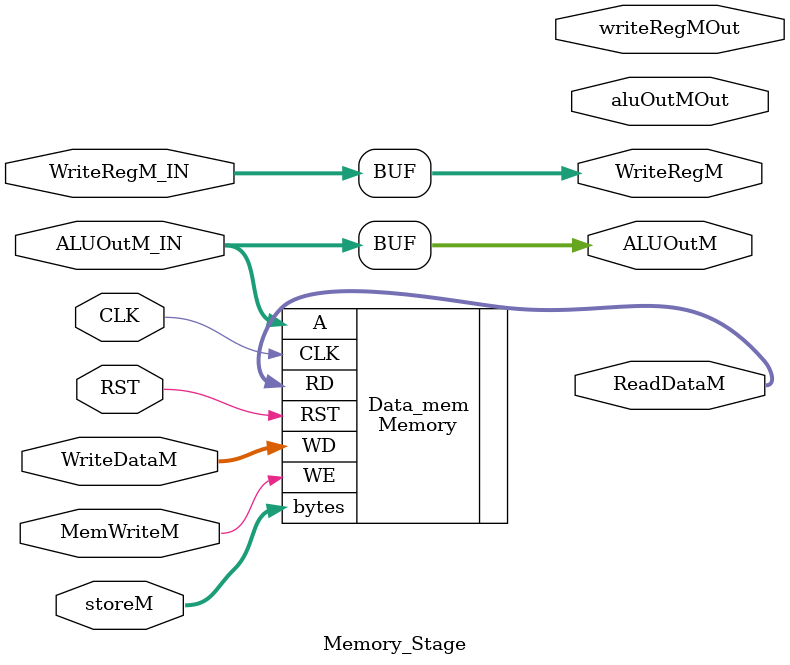
<source format=v>
module Memory_Stage (
    
    input  wire  CLK, RST,
    input  wire  [4:0]   WriteRegM_IN, 
    input wire [1:0] storeM,
    input  wire  [31:0]  ALUOutM_IN, WriteDataM, 
    input  wire   MemWriteM, 
  
    output wire  [4:0]   WriteRegM,writeRegMOut,
    output wire  [31:0]  ReadDataM,
    output wire  [31:0]  ALUOutM ,aluOutMOut

);


assign WriteRegM = WriteRegM_IN; 
assign ALUOutM      = ALUOutM_IN; 


Memory #(32, 512) Data_mem
(
.CLK (CLK), 
.RST(RST),
.RD(ReadDataM), 
.WD(WriteDataM), 
.A(ALUOutM_IN),
.WE(MemWriteM),
.bytes(storeM)
); 








endmodule






</source>
